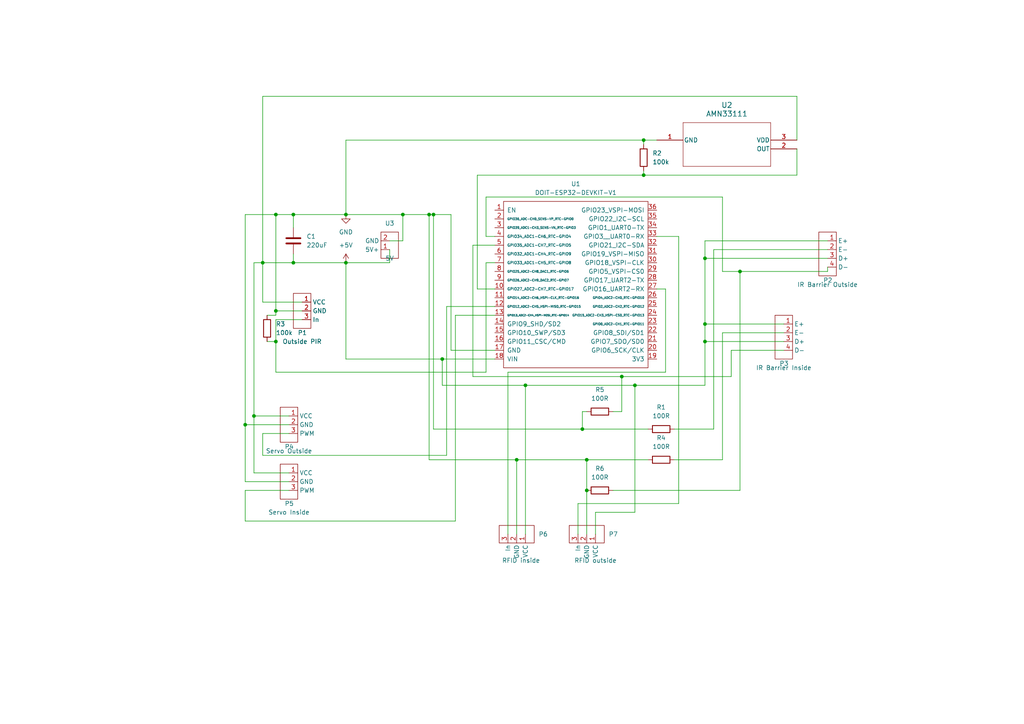
<source format=kicad_sch>
(kicad_sch (version 20230121) (generator eeschema)
  (paper "A4")
  (lib_symbols
    (symbol "Device:C" (pin_numbers hide) (pin_names (offset 0.254))
      (property "Reference" "C" (at 0.635 2.54 0))
      (property "Value" "C" (at 0.635 -2.54 0))
      (symbol "C_0_1"
        (polyline (pts (xy -2.032 -0.762) (xy 2.032 -0.762)) (stroke (width 0.508)))
        (polyline (pts (xy -2.032 0.762) (xy 2.032 0.762)) (stroke (width 0.508)))
      )
      (symbol "C_1_1"
        (pin passive line (at 0 3.81 270) (length 2.794) (name "~") (number "1"))
        (pin passive line (at 0 -3.81 90) (length 2.794) (name "~") (number "2"))
      )
    )
    (symbol "Device:R" (pin_numbers hide) (pin_names (offset 0))
      (property "Reference" "R" (at 2.032 0 90))
      (property "Value" "R" (at 0 0 90))
      (symbol "R_0_1"
        (rectangle (start -1.016 -2.54) (end 1.016 2.54) (stroke (width 0.254)))
      )
      (symbol "R_1_1"
        (pin passive line (at 0 3.81 270) (length 1.27) (name "~") (number "1"))
        (pin passive line (at 0 -3.81 90) (length 1.27) (name "~") (number "2"))
      )
    )
    (symbol "OpenCatFlap:AMN33111" (pin_names (offset 0.254))
      (property "Reference" "U" (at 20.32 10.16 0))
      (property "Value" "AMN33111" (at 20.32 7.62 0))
      (symbol "AMN33111_0_1"
        (polyline (pts (xy 7.62 -7.62) (xy 33.02 -7.62)) (stroke (width 0.127)))
        (polyline (pts (xy 7.62 5.08) (xy 7.62 -7.62)) (stroke (width 0.127)))
        (polyline (pts (xy 33.02 -7.62) (xy 33.02 5.08)) (stroke (width 0.127)))
        (polyline (pts (xy 33.02 5.08) (xy 7.62 5.08)) (stroke (width 0.127)))
        (pin power_out line (at 0 0 0) (length 7.62) (name "GND") (number "1"))
        (pin output line (at 40.64 -2.54 180) (length 7.62) (name "OUT") (number "2"))
        (pin power_in line (at 40.64 0 180) (length 7.62) (name "VDD") (number "3"))
      )
    )
    (symbol "OpenCatFlap:DOIT-ESP32-DEVKIT-V1" (pin_names (offset 1.016))
      (property "Reference" "U" (at -1.27 11.43 0))
      (property "Value" "DOIT-ESP32-DEVKIT-V1" (at 0 13.97 0))
      (symbol "DOIT-ESP32-DEVKIT-V1_0_1"
        (rectangle (start 20.32 10.16) (end -21.59 -38.1))
      )
      (symbol "DOIT-ESP32-DEVKIT-V1_1_1"
        (pin output line (at -24.13 7.62 0) (length 2.54) (name "EN") (number "1"))
        (pin bidirectional line (at -24.13 -15.24 0) (length 2.54) (name "GPIO27_ADC2-CH7_RTC-GPIO17") (number "10"))
        (pin bidirectional line (at -24.13 -17.78 0) (length 2.54) (name "GPIO14_ADC2-CH6_HSPI-CLK_RTC-GPIO16") (number "11"))
        (pin bidirectional line (at -24.13 -20.32 0) (length 2.54) (name "GPIO12_ADC2-CH5_HSPI-MISO_RTC-GPIO15") (number "12"))
        (pin bidirectional line (at -24.13 -22.86 0) (length 2.54) (name "GPIO13_ADC2-CH4_HSPI-MOSI_RTC-GPIO14") (number "13"))
        (pin unspecified line (at -24.13 -25.4 0) (length 2.54) (name "GPIO9_SHD/SD2") (number "14"))
        (pin unspecified line (at -24.13 -27.94 0) (length 2.54) (name "GPIO10_SWP/SD3") (number "15"))
        (pin unspecified line (at -24.13 -30.48 0) (length 2.54) (name "GPIO11_CSC/CMD") (number "16"))
        (pin bidirectional line (at -24.13 -33.02 0) (length 2.54) (name "GND") (number "17"))
        (pin bidirectional line (at -24.13 -35.56 0) (length 2.54) (name "VIN") (number "18"))
        (pin output line (at 22.86 -35.56 180) (length 2.54) (name "3V3") (number "19"))
        (pin bidirectional line (at -24.13 5.08 0) (length 2.54) (name "GPIO36_ADC-CH0_SENS-VP_RTC-GPIO0") (number "2"))
        (pin unspecified line (at 22.86 -33.02 180) (length 2.54) (name "GPIO6_SCK/CLK") (number "20"))
        (pin unspecified line (at 22.86 -30.48 180) (length 2.54) (name "GPIO7_SDO/SD0") (number "21"))
        (pin unspecified line (at 22.86 -27.94 180) (length 2.54) (name "GPIO8_SDI/SD1") (number "22"))
        (pin bidirectional line (at 22.86 -25.4 180) (length 2.54) (name "GPIO0_ADC2-CH1_RTC-GPIO11") (number "23"))
        (pin bidirectional line (at 22.86 -22.86 180) (length 2.54) (name "GPIO15_ADC2-CH3_HSPI-CS0_RTC-GPIO13") (number "24"))
        (pin bidirectional line (at 22.86 -20.32 180) (length 2.54) (name "GPIO2_ADC2-CH2_RTC-GPIO12") (number "25"))
        (pin bidirectional line (at 22.86 -17.78 180) (length 2.54) (name "GPIO4_ADC2-CH0_RTC-GPIO10") (number "26"))
        (pin bidirectional line (at 22.86 -15.24 180) (length 2.54) (name "GPIO16_UART2-RX") (number "27"))
        (pin bidirectional line (at 22.86 -12.7 180) (length 2.54) (name "GPIO17_UART2-TX") (number "28"))
        (pin bidirectional line (at 22.86 -10.16 180) (length 2.54) (name "GPIO5_VSPI-CS0") (number "29"))
        (pin bidirectional line (at -24.13 2.54 0) (length 2.54) (name "GPIO39_ADC1-CH3_SENS-VN_RTC-GPIO3") (number "3"))
        (pin bidirectional line (at 22.86 -7.62 180) (length 2.54) (name "GPIO18_VSPI-CLK") (number "30"))
        (pin bidirectional line (at 22.86 -5.08 180) (length 2.54) (name "GPIO19_VSPI-MISO") (number "31"))
        (pin bidirectional line (at 22.86 -2.54 180) (length 2.54) (name "GPIO21_I2C-SDA") (number "32"))
        (pin bidirectional line (at 22.86 0 180) (length 2.54) (name "GPIO3__UART0-RX") (number "33"))
        (pin bidirectional line (at 22.86 2.54 180) (length 2.54) (name "GPIO1_UART0-TX") (number "34"))
        (pin bidirectional line (at 22.86 5.08 180) (length 2.54) (name "GPIO22_I2C-SCL") (number "35"))
        (pin bidirectional line (at 22.86 7.62 180) (length 2.54) (name "GPIO23_VSPI-MOSI") (number "36"))
        (pin bidirectional line (at -24.13 0 0) (length 2.54) (name "GPIO34_ADC1-CH6_RTC-GPIO4") (number "4"))
        (pin bidirectional line (at -24.13 -2.54 0) (length 2.54) (name "GPIO35_ADC1-CH7_RTC-GPIO5") (number "5"))
        (pin bidirectional line (at -24.13 -5.08 0) (length 2.54) (name "GPIO32_ADC1-CH4_RTC-GPIO9") (number "6"))
        (pin bidirectional line (at -24.13 -7.62 0) (length 2.54) (name "GPIO33_ADC1-CH5_RTC-GPIO8") (number "7"))
        (pin bidirectional line (at -24.13 -10.16 0) (length 2.54) (name "GPIO25_ADC2-CH8_DAC1_RTC-GPIO6") (number "8"))
        (pin bidirectional line (at -24.13 -12.7 0) (length 2.54) (name "GPIO26_ADC2-CH9_DAC2_RTC-GPIO7") (number "9"))
      )
    )
    (symbol "OpenCatFlap:IR_Barrier_Header"
      (property "Reference" "P" (at 0 -15.24 0))
      (symbol "IR_Barrier_Header_0_1"
        (rectangle (start -2.54 0) (end 2.54 -12.7))
      )
      (symbol "IR_Barrier_Header_1_1"
        (pin power_out line (at 0 -2.54 0) (length 2.54) (name "E+") (number "1"))
        (pin power_out line (at 0 -5.08 0) (length 2.54) (name "E-") (number "2"))
        (pin power_out line (at 0 -7.62 0) (length 2.54) (name "D+") (number "3"))
        (pin input line (at 0 -10.16 0) (length 2.54) (name "D-") (number "4"))
      )
    )
    (symbol "OpenCatFlap:PIR Header"
      (property "Reference" "P" (at 0 5.08 0))
      (symbol "PIR Header_0_1"
        (rectangle (start -2.54 2.54) (end 2.54 -7.62))
      )
      (symbol "PIR Header_1_1"
        (pin power_out line (at 0 0 0) (length 2.54) (name "VCC") (number "1"))
        (pin power_out line (at 0 -2.54 0) (length 2.54) (name "GND") (number "2"))
        (pin input line (at 0 -5.08 0) (length 2.54) (name "In") (number "3"))
      )
    )
    (symbol "OpenCatFlap:Power_Plug"
      (property "Reference" "U" (at 0 0 0))
      (symbol "Power_Plug_0_1"
        (rectangle (start 2.54 0) (end -2.54 -7.62))
      )
      (symbol "Power_Plug_1_1"
        (pin power_in line (at 0 -2.54 0) (length 2.54) (name "5V+") (number "1"))
        (pin power_in line (at 0 -5.08 0) (length 2.54) (name "GND") (number "2"))
      )
    )
    (symbol "OpenCatFlap:Servo_Header"
      (property "Reference" "P" (at 0 -12.7 0))
      (symbol "Servo_Header_0_1"
        (rectangle (start -2.54 0) (end 2.54 -10.16))
      )
      (symbol "Servo_Header_1_1"
        (pin power_out line (at 0 -2.54 0) (length 2.54) (name "VCC") (number "1"))
        (pin power_out line (at 0 -5.08 0) (length 2.54) (name "GND") (number "2"))
        (pin output line (at 0 -7.62 0) (length 2.54) (name "PWM") (number "3"))
      )
    )
    (symbol "power:+5V" (power) (pin_names (offset 0))
      (property "Value" "+5V" (at 0 3.556 0))
      (symbol "+5V_0_1"
        (polyline (pts (xy -0.762 1.27) (xy 0 2.54)))
        (polyline (pts (xy 0 0) (xy 0 2.54)))
        (polyline (pts (xy 0 2.54) (xy 0.762 1.27)))
      )
      (symbol "+5V_1_1"
        (pin power_in line (at 0 0 90) (length 0) hide (name "+5V") (number "1"))
      )
    )
    (symbol "power:GND" (power) (pin_names (offset 0))
      (property "Value" "GND" (at 0 -3.81 0))
      (symbol "GND_0_1"
        (polyline (pts (xy 0 0) (xy 0 -1.27) (xy 1.27 -1.27) (xy 0 -2.54) (xy -1.27 -1.27) (xy 0 -1.27)))
      )
      (symbol "GND_1_1"
        (pin power_in line (at 0 0 270) (length 0) hide (name "GND") (number "1"))
      )
    )
  )
  (junction (at 125.73 62.23))
  (junction (at 204.47 74.93))
  (junction (at 85.09 62.23))
  (junction (at 204.47 93.98))
  (junction (at 170.18 142.24))
  (junction (at 186.69 50.8))
  (junction (at 152.4 111.76))
  (junction (at 124.46 62.23))
  (junction (at 76.2 76.2))
  (junction (at 80.01 90.17))
  (junction (at 85.09 76.2))
  (junction (at 180.34 109.22))
  (junction (at 71.12 123.19))
  (junction (at 80.01 62.23))
  (junction (at 184.15 111.76))
  (junction (at 186.69 40.64))
  (junction (at 73.66 120.65))
  (junction (at 116.84 62.23))
  (junction (at 128.27 104.14))
  (junction (at 100.33 62.23))
  (junction (at 204.47 99.06))
  (junction (at 149.86 133.35))
  (junction (at 214.63 78.74))
  (junction (at 170.18 133.35))
  (junction (at 168.91 124.46))
  (junction (at 80.01 99.06))
  (junction (at 100.33 76.2))
  (wire (pts (xy 227.33 96.52) (xy 209.55 96.52)))
  (wire (pts (xy 180.34 109.22) (xy 180.34 119.38)))
  (wire (pts (xy 187.96 133.35) (xy 170.18 133.35)))
  (wire (pts (xy 83.82 120.65) (xy 73.66 120.65)))
  (wire (pts (xy 186.69 40.64) (xy 186.69 41.91)))
  (wire (pts (xy 204.47 69.85) (xy 204.47 74.93)))
  (wire (pts (xy 184.15 111.76) (xy 152.4 111.76)))
  (wire (pts (xy 231.14 40.64) (xy 231.14 27.94)))
  (wire (pts (xy 71.12 142.24) (xy 71.12 151.13)))
  (wire (pts (xy 128.27 104.14) (xy 143.51 104.14)))
  (wire (pts (xy 85.09 76.2) (xy 100.33 76.2)))
  (wire (pts (xy 240.03 69.85) (xy 204.47 69.85)))
  (wire (pts (xy 77.47 91.44) (xy 80.01 91.44)))
  (wire (pts (xy 147.32 154.94) (xy 147.32 107.95)))
  (wire (pts (xy 100.33 62.23) (xy 116.84 62.23)))
  (wire (pts (xy 209.55 57.15) (xy 140.97 57.15)))
  (wire (pts (xy 196.85 68.58) (xy 196.85 146.05)))
  (wire (pts (xy 143.51 83.82) (xy 138.43 83.82)))
  (wire (pts (xy 187.96 124.46) (xy 168.91 124.46)))
  (wire (pts (xy 140.97 57.15) (xy 140.97 68.58)))
  (wire (pts (xy 212.09 109.22) (xy 180.34 109.22)))
  (wire (pts (xy 71.12 123.19) (xy 71.12 62.23)))
  (wire (pts (xy 214.63 78.74) (xy 214.63 142.24)))
  (wire (pts (xy 140.97 76.2) (xy 143.51 76.2)))
  (wire (pts (xy 204.47 74.93) (xy 240.03 74.93)))
  (wire (pts (xy 83.82 123.19) (xy 71.12 123.19)))
  (wire (pts (xy 83.82 125.73) (xy 76.2 125.73)))
  (wire (pts (xy 170.18 142.24) (xy 170.18 154.94)))
  (wire (pts (xy 149.86 133.35) (xy 149.86 154.94)))
  (wire (pts (xy 240.03 77.47) (xy 240.03 78.74)))
  (wire (pts (xy 204.47 111.76) (xy 184.15 111.76)))
  (wire (pts (xy 149.86 133.35) (xy 124.46 133.35)))
  (wire (pts (xy 76.2 27.94) (xy 231.14 27.94)))
  (wire (pts (xy 83.82 139.7) (xy 71.12 139.7)))
  (wire (pts (xy 168.91 119.38) (xy 168.91 124.46)))
  (wire (pts (xy 167.64 146.05) (xy 196.85 146.05)))
  (wire (pts (xy 76.2 125.73) (xy 76.2 132.08)))
  (wire (pts (xy 113.03 69.85) (xy 116.84 69.85)))
  (wire (pts (xy 80.01 107.95) (xy 140.97 107.95)))
  (wire (pts (xy 83.82 142.24) (xy 71.12 142.24)))
  (wire (pts (xy 152.4 111.76) (xy 128.27 111.76)))
  (wire (pts (xy 85.09 76.2) (xy 85.09 73.66)))
  (wire (pts (xy 190.5 68.58) (xy 196.85 68.58)))
  (wire (pts (xy 80.01 92.71) (xy 80.01 99.06)))
  (wire (pts (xy 76.2 87.63) (xy 76.2 76.2)))
  (wire (pts (xy 170.18 133.35) (xy 149.86 133.35)))
  (wire (pts (xy 113.03 76.2) (xy 100.33 76.2)))
  (wire (pts (xy 204.47 93.98) (xy 204.47 99.06)))
  (wire (pts (xy 71.12 62.23) (xy 80.01 62.23)))
  (wire (pts (xy 87.63 92.71) (xy 80.01 92.71)))
  (wire (pts (xy 204.47 93.98) (xy 227.33 93.98)))
  (wire (pts (xy 137.16 109.22) (xy 137.16 71.12)))
  (wire (pts (xy 168.91 124.46) (xy 125.73 124.46)))
  (wire (pts (xy 170.18 133.35) (xy 170.18 142.24)))
  (wire (pts (xy 80.01 99.06) (xy 80.01 107.95)))
  (wire (pts (xy 130.81 62.23) (xy 130.81 101.6)))
  (wire (pts (xy 80.01 90.17) (xy 80.01 62.23)))
  (wire (pts (xy 138.43 50.8) (xy 186.69 50.8)))
  (wire (pts (xy 80.01 91.44) (xy 80.01 90.17)))
  (wire (pts (xy 193.04 107.95) (xy 193.04 83.82)))
  (wire (pts (xy 76.2 27.94) (xy 76.2 76.2)))
  (wire (pts (xy 87.63 87.63) (xy 76.2 87.63)))
  (wire (pts (xy 231.14 50.8) (xy 231.14 43.18)))
  (wire (pts (xy 152.4 111.76) (xy 152.4 154.94)))
  (wire (pts (xy 100.33 76.2) (xy 100.33 104.14)))
  (wire (pts (xy 170.18 119.38) (xy 168.91 119.38)))
  (wire (pts (xy 180.34 119.38) (xy 177.8 119.38)))
  (wire (pts (xy 214.63 78.74) (xy 209.55 78.74)))
  (wire (pts (xy 207.01 72.39) (xy 207.01 124.46)))
  (wire (pts (xy 124.46 62.23) (xy 125.73 62.23)))
  (wire (pts (xy 113.03 72.39) (xy 113.03 76.2)))
  (wire (pts (xy 184.15 148.59) (xy 184.15 111.76)))
  (wire (pts (xy 209.55 78.74) (xy 209.55 57.15)))
  (wire (pts (xy 193.04 83.82) (xy 190.5 83.82)))
  (wire (pts (xy 140.97 68.58) (xy 143.51 68.58)))
  (wire (pts (xy 83.82 137.16) (xy 73.66 137.16)))
  (wire (pts (xy 129.54 88.9) (xy 143.51 88.9)))
  (wire (pts (xy 227.33 101.6) (xy 212.09 101.6)))
  (wire (pts (xy 209.55 96.52) (xy 209.55 133.35)))
  (wire (pts (xy 186.69 50.8) (xy 231.14 50.8)))
  (wire (pts (xy 195.58 133.35) (xy 209.55 133.35)))
  (wire (pts (xy 132.08 151.13) (xy 132.08 91.44)))
  (wire (pts (xy 129.54 132.08) (xy 129.54 88.9)))
  (wire (pts (xy 132.08 91.44) (xy 143.51 91.44)))
  (wire (pts (xy 76.2 132.08) (xy 129.54 132.08)))
  (wire (pts (xy 124.46 133.35) (xy 124.46 62.23)))
  (wire (pts (xy 172.72 148.59) (xy 184.15 148.59)))
  (wire (pts (xy 80.01 62.23) (xy 85.09 62.23)))
  (wire (pts (xy 137.16 71.12) (xy 143.51 71.12)))
  (wire (pts (xy 125.73 62.23) (xy 130.81 62.23)))
  (wire (pts (xy 100.33 40.64) (xy 100.33 62.23)))
  (wire (pts (xy 240.03 72.39) (xy 207.01 72.39)))
  (wire (pts (xy 116.84 62.23) (xy 124.46 62.23)))
  (wire (pts (xy 212.09 101.6) (xy 212.09 109.22)))
  (wire (pts (xy 85.09 66.04) (xy 85.09 62.23)))
  (wire (pts (xy 100.33 40.64) (xy 186.69 40.64)))
  (wire (pts (xy 204.47 99.06) (xy 227.33 99.06)))
  (wire (pts (xy 71.12 139.7) (xy 71.12 123.19)))
  (wire (pts (xy 195.58 124.46) (xy 207.01 124.46)))
  (wire (pts (xy 128.27 111.76) (xy 128.27 104.14)))
  (wire (pts (xy 73.66 137.16) (xy 73.66 120.65)))
  (wire (pts (xy 140.97 107.95) (xy 140.97 76.2)))
  (wire (pts (xy 190.5 40.64) (xy 186.69 40.64)))
  (wire (pts (xy 214.63 142.24) (xy 177.8 142.24)))
  (wire (pts (xy 73.66 76.2) (xy 76.2 76.2)))
  (wire (pts (xy 130.81 101.6) (xy 143.51 101.6)))
  (wire (pts (xy 87.63 90.17) (xy 80.01 90.17)))
  (wire (pts (xy 204.47 74.93) (xy 204.47 93.98)))
  (wire (pts (xy 147.32 107.95) (xy 193.04 107.95)))
  (wire (pts (xy 100.33 104.14) (xy 128.27 104.14)))
  (wire (pts (xy 73.66 120.65) (xy 73.66 76.2)))
  (wire (pts (xy 240.03 78.74) (xy 214.63 78.74)))
  (wire (pts (xy 77.47 99.06) (xy 80.01 99.06)))
  (wire (pts (xy 180.34 109.22) (xy 137.16 109.22)))
  (wire (pts (xy 71.12 151.13) (xy 132.08 151.13)))
  (wire (pts (xy 116.84 69.85) (xy 116.84 62.23)))
  (wire (pts (xy 167.64 154.94) (xy 167.64 146.05)))
  (wire (pts (xy 138.43 83.82) (xy 138.43 50.8)))
  (wire (pts (xy 125.73 124.46) (xy 125.73 62.23)))
  (wire (pts (xy 172.72 154.94) (xy 172.72 148.59)))
  (wire (pts (xy 76.2 76.2) (xy 85.09 76.2)))
  (wire (pts (xy 204.47 99.06) (xy 204.47 111.76)))
  (wire (pts (xy 186.69 49.53) (xy 186.69 50.8)))
  (wire (pts (xy 85.09 62.23) (xy 100.33 62.23)))
  (symbol (lib_id "OpenCatFlap:PIR Header") (at 172.72 154.94 270) (unit 1)
    (property "Reference" "P7" (at 176.53 154.94 90) (effects (justify left)))
    (property "Value" "RFID outside" (at 172.72 162.56 90))
    (property "Footprint" "OpenCatFlap:PIR Header" (effects hide))
  )
  (symbol (lib_id "power:GND") (at 100.33 62.23 0) (unit 1)
    (property "Reference" "#PWR02" (effects hide))
    (property "Value" "GND" (at 100.33 67.31 0))
    (property "Footprint" "Connector_Pin:Pin_D0.7mm_L6.5mm_W1.8mm_FlatFork" (effects hide))
  )
  (symbol (lib_id "Device:R") (at 173.99 142.24 270) (unit 1)
    (property "Reference" "R6" (at 173.99 135.89 90))
    (property "Value" "100R" (at 173.99 138.43 90))
    (property "Footprint" "Resistor_SMD:R_0805_2012Metric" (effects hide))
  )
  (symbol (lib_id "Device:C") (at 85.09 69.85 0) (unit 1)
    (property "Reference" "C1" (at 88.9 68.58 0) (effects (justify left)))
    (property "Value" "220uF" (at 88.9 71.12 0) (effects (justify left)))
    (property "Footprint" "Capacitor_THT:CP_Radial_D5.0mm_P2.50mm" (effects hide))
  )
  (symbol (lib_id "OpenCatFlap:AMN33111") (at 190.5 40.64 0) (unit 1)
    (property "Reference" "U2" (at 210.82 30.48 0) (effects (font (size 1.524 1.524))))
    (property "Value" "AMN33111" (at 210.82 33.02 0) (effects (font (size 1.524 1.524))))
    (property "Footprint" "OpenCatFlap:AMN33111_PAN" (effects hide))
    (property "Datasheet" "AMN33111" (effects hide))
  )
  (symbol (lib_id "OpenCatFlap:Power_Plug") (at 113.03 74.93 180) (unit 1)
    (property "Reference" "U3" (at 113.03 64.77 0))
    (property "Value" "5V" (at 113.03 74.93 0))
    (property "Footprint" "OpenCatFlap:Power Header" (effects hide))
  )
  (symbol (lib_id "OpenCatFlap:Servo_Header") (at 83.82 118.11 0) (unit 1)
    (property "Reference" "P4" (at 82.55 129.54 0) (effects (justify left)))
    (property "Value" "Servo Outside" (at 83.82 130.81 0))
    (property "Footprint" "OpenCatFlap:Servo Header" (effects hide))
  )
  (symbol (lib_id "Device:R") (at 77.47 95.25 0) (unit 1)
    (property "Reference" "R3" (at 80.01 93.98 0) (effects (justify left)))
    (property "Value" "100k" (at 80.01 96.52 0) (effects (justify left)))
    (property "Footprint" "Resistor_SMD:R_0805_2012Metric" (effects hide))
  )
  (symbol (lib_id "OpenCatFlap:PIR Header") (at 87.63 87.63 0) (unit 1)
    (property "Reference" "P1" (at 86.36 96.52 0) (effects (justify left)))
    (property "Value" "Outside PIR" (at 87.63 99.06 0))
    (property "Footprint" "OpenCatFlap:PIR Header" (effects hide))
  )
  (symbol (lib_id "OpenCatFlap:IR_Barrier_Header") (at 240.03 67.31 0) (unit 1)
    (property "Reference" "P2" (at 238.76 81.28 0) (effects (justify left)))
    (property "Value" "IR Barrier Outside" (at 240.03 82.55 0))
    (property "Footprint" "OpenCatFlap:IR Barrier Header" (effects hide))
  )
  (symbol (lib_id "Device:R") (at 186.69 45.72 0) (unit 1)
    (property "Reference" "R2" (at 189.23 44.45 0) (effects (justify left)))
    (property "Value" "100k" (at 189.23 46.99 0) (effects (justify left)))
    (property "Footprint" "Resistor_SMD:R_0805_2012Metric" (effects hide))
  )
  (symbol (lib_id "OpenCatFlap:Servo_Header") (at 83.82 134.62 0) (unit 1)
    (property "Reference" "P5" (at 82.55 146.05 0) (effects (justify left)))
    (property "Value" "Servo Inside" (at 83.82 148.59 0))
    (property "Footprint" "OpenCatFlap:Servo Header" (effects hide))
  )
  (symbol (lib_id "Device:R") (at 191.77 133.35 90) (unit 1)
    (property "Reference" "R4" (at 191.77 127 90))
    (property "Value" "100R" (at 191.77 129.54 90))
    (property "Footprint" "Resistor_SMD:R_0805_2012Metric" (effects hide))
  )
  (symbol (lib_id "OpenCatFlap:PIR Header") (at 152.4 154.94 270) (unit 1)
    (property "Reference" "P6" (at 156.21 154.94 90) (effects (justify left)))
    (property "Value" "RFID inside" (at 151.13 162.56 90))
    (property "Footprint" "OpenCatFlap:PIR Header" (effects hide))
  )
  (symbol (lib_id "OpenCatFlap:DOIT-ESP32-DEVKIT-V1") (at 167.64 68.58 0) (unit 1)
    (property "Reference" "U1" (at 167.005 53.34 0))
    (property "Value" "DOIT-ESP32-DEVKIT-V1" (at 167.005 55.88 0))
    (property "Footprint" "OpenCatFlap:ESP32-DOIT-DEVKIT" (effects hide))
  )
  (symbol (lib_id "Device:R") (at 191.77 124.46 90) (unit 1)
    (property "Reference" "R1" (at 191.77 118.11 90))
    (property "Value" "100R" (at 191.77 120.65 90))
    (property "Footprint" "Resistor_SMD:R_0805_2012Metric" (effects hide))
  )
  (symbol (lib_id "Device:R") (at 173.99 119.38 90) (unit 1)
    (property "Reference" "R5" (at 173.99 113.03 90))
    (property "Value" "100R" (at 173.99 115.57 90))
    (property "Footprint" "Resistor_SMD:R_0805_2012Metric" (effects hide))
  )
  (symbol (lib_id "power:+5V") (at 100.33 76.2 0) (unit 1)
    (property "Reference" "#PWR01" (effects hide))
    (property "Value" "+5V" (at 100.33 71.12 0))
    (property "Footprint" "Connector_Pin:Pin_D0.7mm_L6.5mm_W1.8mm_FlatFork" (effects hide))
  )
  (symbol (lib_id "OpenCatFlap:IR_Barrier_Header") (at 227.33 91.44 0) (unit 1)
    (property "Reference" "P3" (at 226.06 105.41 0) (effects (justify left)))
    (property "Value" "IR Barrier Inside" (at 227.33 106.68 0))
    (property "Footprint" "OpenCatFlap:IR Barrier Header" (effects hide))
  )
)
</source>
